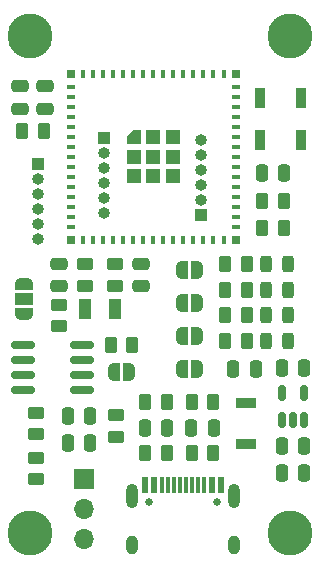
<source format=gts>
%TF.GenerationSoftware,KiCad,Pcbnew,7.0.2-6a45011f42~172~ubuntu23.04.1*%
%TF.CreationDate,2023-05-23T16:12:19+02:00*%
%TF.ProjectId,pcb,7063622e-6b69-4636-9164-5f7063625858,rev?*%
%TF.SameCoordinates,Original*%
%TF.FileFunction,Soldermask,Top*%
%TF.FilePolarity,Negative*%
%FSLAX46Y46*%
G04 Gerber Fmt 4.6, Leading zero omitted, Abs format (unit mm)*
G04 Created by KiCad (PCBNEW 7.0.2-6a45011f42~172~ubuntu23.04.1) date 2023-05-23 16:12:19*
%MOMM*%
%LPD*%
G01*
G04 APERTURE LIST*
G04 Aperture macros list*
%AMRoundRect*
0 Rectangle with rounded corners*
0 $1 Rounding radius*
0 $2 $3 $4 $5 $6 $7 $8 $9 X,Y pos of 4 corners*
0 Add a 4 corners polygon primitive as box body*
4,1,4,$2,$3,$4,$5,$6,$7,$8,$9,$2,$3,0*
0 Add four circle primitives for the rounded corners*
1,1,$1+$1,$2,$3*
1,1,$1+$1,$4,$5*
1,1,$1+$1,$6,$7*
1,1,$1+$1,$8,$9*
0 Add four rect primitives between the rounded corners*
20,1,$1+$1,$2,$3,$4,$5,0*
20,1,$1+$1,$4,$5,$6,$7,0*
20,1,$1+$1,$6,$7,$8,$9,0*
20,1,$1+$1,$8,$9,$2,$3,0*%
%AMFreePoly0*
4,1,19,0.500000,-0.750000,0.000000,-0.750000,0.000000,-0.744911,-0.071157,-0.744911,-0.207708,-0.704816,-0.327430,-0.627875,-0.420627,-0.520320,-0.479746,-0.390866,-0.500000,-0.250000,-0.500000,0.250000,-0.479746,0.390866,-0.420627,0.520320,-0.327430,0.627875,-0.207708,0.704816,-0.071157,0.744911,0.000000,0.744911,0.000000,0.750000,0.500000,0.750000,0.500000,-0.750000,0.500000,-0.750000,
$1*%
%AMFreePoly1*
4,1,19,0.000000,0.744911,0.071157,0.744911,0.207708,0.704816,0.327430,0.627875,0.420627,0.520320,0.479746,0.390866,0.500000,0.250000,0.500000,-0.250000,0.479746,-0.390866,0.420627,-0.520320,0.327430,-0.627875,0.207708,-0.704816,0.071157,-0.744911,0.000000,-0.744911,0.000000,-0.750000,-0.500000,-0.750000,-0.500000,0.750000,0.000000,0.750000,0.000000,0.744911,0.000000,0.744911,
$1*%
%AMFreePoly2*
4,1,19,0.550000,-0.750000,0.000000,-0.750000,0.000000,-0.744911,-0.071157,-0.744911,-0.207708,-0.704816,-0.327430,-0.627875,-0.420627,-0.520320,-0.479746,-0.390866,-0.500000,-0.250000,-0.500000,0.250000,-0.479746,0.390866,-0.420627,0.520320,-0.327430,0.627875,-0.207708,0.704816,-0.071157,0.744911,0.000000,0.744911,0.000000,0.750000,0.550000,0.750000,0.550000,-0.750000,0.550000,-0.750000,
$1*%
%AMFreePoly3*
4,1,19,0.000000,0.744911,0.071157,0.744911,0.207708,0.704816,0.327430,0.627875,0.420627,0.520320,0.479746,0.390866,0.500000,0.250000,0.500000,-0.250000,0.479746,-0.390866,0.420627,-0.520320,0.327430,-0.627875,0.207708,-0.704816,0.071157,-0.744911,0.000000,-0.744911,0.000000,-0.750000,-0.550000,-0.750000,-0.550000,0.750000,0.000000,0.750000,0.000000,0.744911,0.000000,0.744911,
$1*%
%AMFreePoly4*
4,1,6,0.600000,-0.600000,-0.600000,-0.600000,-0.600000,0.000000,0.000000,0.600000,0.600000,0.600000,0.600000,-0.600000,0.600000,-0.600000,$1*%
G04 Aperture macros list end*
%ADD10R,1.000000X1.000000*%
%ADD11O,1.000000X1.000000*%
%ADD12RoundRect,0.243750X0.243750X0.456250X-0.243750X0.456250X-0.243750X-0.456250X0.243750X-0.456250X0*%
%ADD13RoundRect,0.250000X0.250000X0.475000X-0.250000X0.475000X-0.250000X-0.475000X0.250000X-0.475000X0*%
%ADD14C,2.600000*%
%ADD15C,3.800000*%
%ADD16R,0.900000X1.700000*%
%ADD17FreePoly0,0.000000*%
%ADD18FreePoly1,0.000000*%
%ADD19R,1.700000X1.700000*%
%ADD20O,1.700000X1.700000*%
%ADD21RoundRect,0.250000X0.475000X-0.250000X0.475000X0.250000X-0.475000X0.250000X-0.475000X-0.250000X0*%
%ADD22RoundRect,0.250000X0.450000X-0.262500X0.450000X0.262500X-0.450000X0.262500X-0.450000X-0.262500X0*%
%ADD23RoundRect,0.250000X-0.262500X-0.450000X0.262500X-0.450000X0.262500X0.450000X-0.262500X0.450000X0*%
%ADD24RoundRect,0.250000X-0.250000X-0.475000X0.250000X-0.475000X0.250000X0.475000X-0.250000X0.475000X0*%
%ADD25R,1.700000X0.900000*%
%ADD26FreePoly0,180.000000*%
%ADD27FreePoly1,180.000000*%
%ADD28RoundRect,0.250000X0.262500X0.450000X-0.262500X0.450000X-0.262500X-0.450000X0.262500X-0.450000X0*%
%ADD29R,1.000000X1.800000*%
%ADD30RoundRect,0.250000X-0.450000X0.262500X-0.450000X-0.262500X0.450000X-0.262500X0.450000X0.262500X0*%
%ADD31C,0.650000*%
%ADD32O,1.000000X1.600000*%
%ADD33O,1.000000X2.100000*%
%ADD34R,0.600000X1.450000*%
%ADD35R,0.300000X1.450000*%
%ADD36RoundRect,0.250000X-0.475000X0.250000X-0.475000X-0.250000X0.475000X-0.250000X0.475000X0.250000X0*%
%ADD37RoundRect,0.150000X0.825000X0.150000X-0.825000X0.150000X-0.825000X-0.150000X0.825000X-0.150000X0*%
%ADD38FreePoly2,90.000000*%
%ADD39R,1.500000X1.000000*%
%ADD40FreePoly3,90.000000*%
%ADD41R,0.800000X0.400000*%
%ADD42R,0.400000X0.800000*%
%ADD43FreePoly4,0.000000*%
%ADD44R,1.200000X1.200000*%
%ADD45R,0.800000X0.800000*%
%ADD46RoundRect,0.150000X0.150000X-0.512500X0.150000X0.512500X-0.150000X0.512500X-0.150000X-0.512500X0*%
G04 APERTURE END LIST*
D10*
%TO.C,IO*%
X63881000Y-55650000D03*
D11*
X63881000Y-56920000D03*
X63881000Y-58190000D03*
X63881000Y-59460000D03*
X63881000Y-60730000D03*
X63881000Y-62000000D03*
%TD*%
D12*
%TO.C,D2*%
X85113500Y-64135000D03*
X83238500Y-64135000D03*
%TD*%
D13*
%TO.C,C8*%
X86446000Y-81788000D03*
X84546000Y-81788000D03*
%TD*%
D14*
%TO.C,H2*%
X85250000Y-44750000D03*
D15*
X85250000Y-44750000D03*
%TD*%
D16*
%TO.C,BOOT*%
X86155000Y-53556000D03*
X82755000Y-53556000D03*
%TD*%
D17*
%TO.C,JP3*%
X76090000Y-67437000D03*
D18*
X77390000Y-67437000D03*
%TD*%
D17*
%TO.C,JP4*%
X70328000Y-73279000D03*
D18*
X71628000Y-73279000D03*
%TD*%
D12*
%TO.C,D3*%
X85113500Y-68453000D03*
X83238500Y-68453000D03*
%TD*%
D19*
%TO.C,D*%
X67818000Y-82296000D03*
D20*
X67818000Y-84836000D03*
X67818000Y-87376000D03*
%TD*%
D21*
%TO.C,C9*%
X72644000Y-65974000D03*
X72644000Y-64074000D03*
%TD*%
D22*
%TO.C,R12*%
X65659000Y-69365500D03*
X65659000Y-67540500D03*
%TD*%
D16*
%TO.C,RST*%
X86155000Y-50000000D03*
X82755000Y-50000000D03*
%TD*%
D23*
%TO.C,R13*%
X79756000Y-64135000D03*
X81581000Y-64135000D03*
%TD*%
D17*
%TO.C,JP5*%
X76073000Y-73025000D03*
D18*
X77373000Y-73025000D03*
%TD*%
D24*
%TO.C,C10*%
X76901000Y-77978000D03*
X78801000Y-77978000D03*
%TD*%
D14*
%TO.C,H1*%
X63250000Y-44750000D03*
D15*
X63250000Y-44750000D03*
%TD*%
D25*
%TO.C,BT1*%
X81534000Y-79297000D03*
X81534000Y-75897000D03*
%TD*%
D14*
%TO.C,H3*%
X63246000Y-86868000D03*
D15*
X63246000Y-86868000D03*
%TD*%
D23*
%TO.C,R15*%
X79756000Y-66294000D03*
X81581000Y-66294000D03*
%TD*%
%TO.C,R16*%
X79756000Y-70612000D03*
X81581000Y-70612000D03*
%TD*%
D26*
%TO.C,JP6*%
X77373000Y-64643000D03*
D27*
X76073000Y-64643000D03*
%TD*%
D24*
%TO.C,C11*%
X66425000Y-79248000D03*
X68325000Y-79248000D03*
%TD*%
%TO.C,C12*%
X84546000Y-72898000D03*
X86446000Y-72898000D03*
%TD*%
D28*
%TO.C,R1*%
X64412500Y-52832000D03*
X62587500Y-52832000D03*
%TD*%
D12*
%TO.C,D4*%
X85113500Y-66294000D03*
X83238500Y-66294000D03*
%TD*%
D29*
%TO.C,Y1*%
X67932000Y-67945000D03*
X70432000Y-67945000D03*
%TD*%
D30*
%TO.C,R17*%
X70452000Y-64135000D03*
X70452000Y-65960000D03*
%TD*%
D22*
%TO.C,R5*%
X67912000Y-65960000D03*
X67912000Y-64135000D03*
%TD*%
D31*
%TO.C,J3*%
X73310000Y-84268000D03*
X79090000Y-84268000D03*
D32*
X80520000Y-87918000D03*
D33*
X80520000Y-83738000D03*
D32*
X71880000Y-87918000D03*
D33*
X71880000Y-83738000D03*
D34*
X72950000Y-82823000D03*
X73750000Y-82823000D03*
D35*
X74950000Y-82823000D03*
X75950000Y-82823000D03*
X76450000Y-82823000D03*
X77450000Y-82823000D03*
D34*
X79450000Y-82823000D03*
X78650000Y-82823000D03*
D35*
X77950000Y-82823000D03*
X76950000Y-82823000D03*
X75450000Y-82823000D03*
X74450000Y-82823000D03*
%TD*%
D24*
%TO.C,C13*%
X72964000Y-77978000D03*
X74864000Y-77978000D03*
%TD*%
D22*
%TO.C,R18*%
X63754000Y-82319500D03*
X63754000Y-80494500D03*
%TD*%
D23*
%TO.C,R14*%
X79756000Y-68453000D03*
X81581000Y-68453000D03*
%TD*%
D36*
%TO.C,C2*%
X64500000Y-49050000D03*
X64500000Y-50950000D03*
%TD*%
D37*
%TO.C,U2*%
X67626000Y-74803000D03*
X67626000Y-73533000D03*
X67626000Y-72263000D03*
X67626000Y-70993000D03*
X62676000Y-70993000D03*
X62676000Y-72263000D03*
X62676000Y-73533000D03*
X62676000Y-74803000D03*
%TD*%
D36*
%TO.C,C1*%
X62357000Y-49050000D03*
X62357000Y-50950000D03*
%TD*%
D22*
%TO.C,R6*%
X70485000Y-78740000D03*
X70485000Y-76915000D03*
%TD*%
D38*
%TO.C,JP1*%
X62738000Y-68356000D03*
D39*
X62738000Y-67056000D03*
D40*
X62738000Y-65756000D03*
%TD*%
D24*
%TO.C,C4*%
X66425000Y-76962000D03*
X68325000Y-76962000D03*
%TD*%
D17*
%TO.C,JP2*%
X76090000Y-70231000D03*
D18*
X77390000Y-70231000D03*
%TD*%
D41*
%TO.C,U1*%
X66675000Y-49070000D03*
X66675000Y-49920000D03*
X66675000Y-50770000D03*
X66675000Y-51620000D03*
X66675000Y-52470000D03*
X66675000Y-53320000D03*
X66675000Y-54170000D03*
X66675000Y-55020000D03*
X66675000Y-55870000D03*
X66675000Y-56720000D03*
X66675000Y-57570000D03*
X66675000Y-58420000D03*
X66675000Y-59270000D03*
X66675000Y-60120000D03*
X66675000Y-60970000D03*
D42*
X67725000Y-62020000D03*
X68575000Y-62020000D03*
X69425000Y-62020000D03*
X70275000Y-62020000D03*
X71125000Y-62020000D03*
X71975000Y-62020000D03*
X72825000Y-62020000D03*
X73675000Y-62020000D03*
X74525000Y-62020000D03*
X75375000Y-62020000D03*
X76225000Y-62020000D03*
X77075000Y-62020000D03*
X77925000Y-62020000D03*
X78775000Y-62020000D03*
X79625000Y-62020000D03*
D41*
X80675000Y-60970000D03*
X80675000Y-60120000D03*
X80675000Y-59270000D03*
X80675000Y-58420000D03*
X80675000Y-57570000D03*
X80675000Y-56720000D03*
X80675000Y-55870000D03*
X80675000Y-55020000D03*
X80675000Y-54170000D03*
X80675000Y-53320000D03*
X80675000Y-52470000D03*
X80675000Y-51620000D03*
X80675000Y-50770000D03*
X80675000Y-49920000D03*
X80675000Y-49070000D03*
D42*
X79625000Y-48020000D03*
X78775000Y-48020000D03*
X77925000Y-48020000D03*
X77075000Y-48020000D03*
X76225000Y-48020000D03*
X75375000Y-48020000D03*
X74525000Y-48020000D03*
X73675000Y-48020000D03*
X72825000Y-48020000D03*
X71975000Y-48020000D03*
X71125000Y-48020000D03*
X70275000Y-48020000D03*
X69425000Y-48020000D03*
X68575000Y-48020000D03*
X67725000Y-48020000D03*
D43*
X72025000Y-53370000D03*
D44*
X72025000Y-55020000D03*
X72025000Y-56670000D03*
X73675000Y-53370000D03*
X73675000Y-55020000D03*
X73675000Y-56670000D03*
X75325000Y-53370000D03*
X75325000Y-55020000D03*
X75325000Y-56670000D03*
D45*
X66675000Y-48020000D03*
X66675000Y-62020000D03*
X80675000Y-62020000D03*
X80675000Y-48020000D03*
%TD*%
D28*
%TO.C,R7*%
X78763500Y-75819000D03*
X76938500Y-75819000D03*
%TD*%
D23*
%TO.C,R4*%
X72978000Y-75819000D03*
X74803000Y-75819000D03*
%TD*%
D36*
%TO.C,C5*%
X65659000Y-64074000D03*
X65659000Y-65974000D03*
%TD*%
D22*
%TO.C,R8*%
X63754000Y-78509500D03*
X63754000Y-76684500D03*
%TD*%
D23*
%TO.C,R9*%
X73001500Y-80137000D03*
X74826500Y-80137000D03*
%TD*%
D12*
%TO.C,D1*%
X85113500Y-70612000D03*
X83238500Y-70612000D03*
%TD*%
D14*
%TO.C,H4*%
X85217000Y-86868000D03*
D15*
X85217000Y-86868000D03*
%TD*%
D46*
%TO.C,U3*%
X84546000Y-77332000D03*
X85496000Y-77332000D03*
X86446000Y-77332000D03*
X86446000Y-75057000D03*
X84546000Y-75057000D03*
%TD*%
D13*
%TO.C,C7*%
X86446000Y-79502000D03*
X84546000Y-79502000D03*
%TD*%
D23*
%TO.C,R11*%
X70080500Y-70993000D03*
X71905500Y-70993000D03*
%TD*%
%TO.C,R3*%
X82907500Y-61087000D03*
X84732500Y-61087000D03*
%TD*%
D28*
%TO.C,R10*%
X78763500Y-80137000D03*
X76938500Y-80137000D03*
%TD*%
D24*
%TO.C,C6*%
X80457000Y-73025000D03*
X82357000Y-73025000D03*
%TD*%
%TO.C,C3*%
X82870000Y-56388000D03*
X84770000Y-56388000D03*
%TD*%
D23*
%TO.C,R2*%
X82907500Y-58801000D03*
X84732500Y-58801000D03*
%TD*%
D10*
%TO.C,IO*%
X69500000Y-53420000D03*
D11*
X69500000Y-54690000D03*
X69500000Y-55960000D03*
X69500000Y-57230000D03*
X69500000Y-58500000D03*
X69500000Y-59770000D03*
%TD*%
D10*
%TO.C,IO*%
X77724000Y-59944000D03*
D11*
X77724000Y-58674000D03*
X77724000Y-57404000D03*
X77724000Y-56134000D03*
X77724000Y-54864000D03*
X77724000Y-53594000D03*
%TD*%
M02*

</source>
